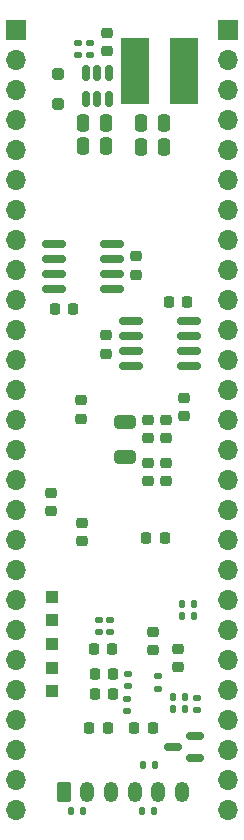
<source format=gbs>
G04 #@! TF.GenerationSoftware,KiCad,Pcbnew,8.0.5*
G04 #@! TF.CreationDate,2024-10-01T14:56:49-07:00*
G04 #@! TF.ProjectId,gr25_nodes,67723235-5f6e-46f6-9465-732e6b696361,rev?*
G04 #@! TF.SameCoordinates,Original*
G04 #@! TF.FileFunction,Soldermask,Bot*
G04 #@! TF.FilePolarity,Negative*
%FSLAX46Y46*%
G04 Gerber Fmt 4.6, Leading zero omitted, Abs format (unit mm)*
G04 Created by KiCad (PCBNEW 8.0.5) date 2024-10-01 14:56:49*
%MOMM*%
%LPD*%
G01*
G04 APERTURE LIST*
G04 Aperture macros list*
%AMRoundRect*
0 Rectangle with rounded corners*
0 $1 Rounding radius*
0 $2 $3 $4 $5 $6 $7 $8 $9 X,Y pos of 4 corners*
0 Add a 4 corners polygon primitive as box body*
4,1,4,$2,$3,$4,$5,$6,$7,$8,$9,$2,$3,0*
0 Add four circle primitives for the rounded corners*
1,1,$1+$1,$2,$3*
1,1,$1+$1,$4,$5*
1,1,$1+$1,$6,$7*
1,1,$1+$1,$8,$9*
0 Add four rect primitives between the rounded corners*
20,1,$1+$1,$2,$3,$4,$5,0*
20,1,$1+$1,$4,$5,$6,$7,0*
20,1,$1+$1,$6,$7,$8,$9,0*
20,1,$1+$1,$8,$9,$2,$3,0*%
G04 Aperture macros list end*
%ADD10RoundRect,0.250000X-0.350000X-0.625000X0.350000X-0.625000X0.350000X0.625000X-0.350000X0.625000X0*%
%ADD11O,1.200000X1.750000*%
%ADD12RoundRect,0.135000X0.185000X-0.135000X0.185000X0.135000X-0.185000X0.135000X-0.185000X-0.135000X0*%
%ADD13RoundRect,0.250000X0.250000X0.475000X-0.250000X0.475000X-0.250000X-0.475000X0.250000X-0.475000X0*%
%ADD14RoundRect,0.225000X0.225000X0.250000X-0.225000X0.250000X-0.225000X-0.250000X0.225000X-0.250000X0*%
%ADD15RoundRect,0.225000X-0.250000X0.225000X-0.250000X-0.225000X0.250000X-0.225000X0.250000X0.225000X0*%
%ADD16RoundRect,0.250000X0.250000X-0.250000X0.250000X0.250000X-0.250000X0.250000X-0.250000X-0.250000X0*%
%ADD17RoundRect,0.135000X0.135000X0.185000X-0.135000X0.185000X-0.135000X-0.185000X0.135000X-0.185000X0*%
%ADD18R,1.700000X1.700000*%
%ADD19O,1.700000X1.700000*%
%ADD20RoundRect,0.218750X-0.218750X-0.256250X0.218750X-0.256250X0.218750X0.256250X-0.218750X0.256250X0*%
%ADD21R,1.000000X1.000000*%
%ADD22RoundRect,0.135000X-0.185000X0.135000X-0.185000X-0.135000X0.185000X-0.135000X0.185000X0.135000X0*%
%ADD23RoundRect,0.225000X0.250000X-0.225000X0.250000X0.225000X-0.250000X0.225000X-0.250000X-0.225000X0*%
%ADD24RoundRect,0.150000X0.150000X-0.512500X0.150000X0.512500X-0.150000X0.512500X-0.150000X-0.512500X0*%
%ADD25RoundRect,0.135000X-0.135000X-0.185000X0.135000X-0.185000X0.135000X0.185000X-0.135000X0.185000X0*%
%ADD26RoundRect,0.150000X0.825000X0.150000X-0.825000X0.150000X-0.825000X-0.150000X0.825000X-0.150000X0*%
%ADD27RoundRect,0.225000X-0.225000X-0.250000X0.225000X-0.250000X0.225000X0.250000X-0.225000X0.250000X0*%
%ADD28RoundRect,0.250000X-0.250000X-0.475000X0.250000X-0.475000X0.250000X0.475000X-0.250000X0.475000X0*%
%ADD29RoundRect,0.250000X-0.650000X0.325000X-0.650000X-0.325000X0.650000X-0.325000X0.650000X0.325000X0*%
%ADD30RoundRect,0.150000X0.587500X0.150000X-0.587500X0.150000X-0.587500X-0.150000X0.587500X-0.150000X0*%
%ADD31R,2.400000X5.700000*%
%ADD32RoundRect,0.150000X-0.825000X-0.150000X0.825000X-0.150000X0.825000X0.150000X-0.825000X0.150000X0*%
%ADD33RoundRect,0.218750X0.218750X0.256250X-0.218750X0.256250X-0.218750X-0.256250X0.218750X-0.256250X0*%
G04 APERTURE END LIST*
D10*
G04 #@! TO.C,J1*
X114750000Y-94300000D03*
D11*
X116750000Y-94300000D03*
X118750000Y-94300000D03*
X120750000Y-94300000D03*
X122750000Y-94300000D03*
X124750000Y-94300000D03*
G04 #@! TD*
D12*
G04 #@! TO.C,R8*
X120100000Y-87409999D03*
X120100000Y-86390001D03*
G04 #@! TD*
D13*
G04 #@! TO.C,C4*
X123200000Y-37637500D03*
X121300000Y-37637500D03*
G04 #@! TD*
D14*
G04 #@! TO.C,C11*
X118825000Y-82200000D03*
X117275000Y-82200000D03*
G04 #@! TD*
D15*
G04 #@! TO.C,C31*
X118300000Y-55625000D03*
X118300000Y-57175000D03*
G04 #@! TD*
D16*
G04 #@! TO.C,D6*
X114250000Y-35999998D03*
X114250000Y-33500000D03*
G04 #@! TD*
D17*
G04 #@! TO.C,R16*
X116400000Y-95900000D03*
X115380002Y-95900000D03*
G04 #@! TD*
G04 #@! TO.C,R7*
X125819998Y-78400000D03*
X124800000Y-78400000D03*
G04 #@! TD*
D18*
G04 #@! TO.C,J6*
X128700000Y-29760000D03*
D19*
X128700000Y-32300000D03*
X128700000Y-34839999D03*
X128700000Y-37380000D03*
X128700000Y-39920000D03*
X128700000Y-42460000D03*
X128700000Y-45000000D03*
X128700000Y-47540001D03*
X128700000Y-50080000D03*
X128700000Y-52620000D03*
X128700000Y-55160000D03*
X128700000Y-57699999D03*
X128700000Y-60240000D03*
X128700000Y-62780000D03*
X128700000Y-65320000D03*
X128700000Y-67859999D03*
X128700000Y-70400001D03*
X128700000Y-72940000D03*
X128700000Y-75480000D03*
X128700000Y-78020000D03*
X128700000Y-80559999D03*
X128700000Y-83100000D03*
X128700000Y-85640000D03*
X128700000Y-88180000D03*
X128700000Y-90719999D03*
X128700000Y-93260001D03*
X128700000Y-95800000D03*
G04 #@! TD*
D15*
G04 #@! TO.C,C16*
X116200000Y-61125000D03*
X116200000Y-62675000D03*
G04 #@! TD*
D20*
G04 #@! TO.C,D2*
X117362499Y-86000000D03*
X118937501Y-86000000D03*
G04 #@! TD*
D13*
G04 #@! TO.C,C5*
X123200000Y-39700000D03*
X121300000Y-39700000D03*
G04 #@! TD*
D21*
G04 #@! TO.C,TP4*
X113750000Y-79750000D03*
G04 #@! TD*
D22*
G04 #@! TO.C,R13*
X126000000Y-86300000D03*
X126000000Y-87319998D03*
G04 #@! TD*
D23*
G04 #@! TO.C,C22*
X123400000Y-64300000D03*
X123400000Y-62750000D03*
G04 #@! TD*
D24*
G04 #@! TO.C,U2*
X118550000Y-35637500D03*
X117600000Y-35637500D03*
X116650000Y-35637500D03*
X116650000Y-33362500D03*
X117600000Y-33362500D03*
X118550000Y-33362500D03*
G04 #@! TD*
D25*
G04 #@! TO.C,R14*
X123980002Y-86250000D03*
X125000000Y-86250000D03*
G04 #@! TD*
D17*
G04 #@! TO.C,R6*
X125800000Y-79400000D03*
X124780002Y-79400000D03*
G04 #@! TD*
D18*
G04 #@! TO.C,J7*
X110700000Y-29760000D03*
D19*
X110700000Y-32300000D03*
X110700000Y-34839999D03*
X110700000Y-37380000D03*
X110700000Y-39920000D03*
X110700000Y-42460000D03*
X110700000Y-45000000D03*
X110700000Y-47540001D03*
X110700000Y-50080000D03*
X110700000Y-52620000D03*
X110700000Y-55160000D03*
X110700000Y-57699999D03*
X110700000Y-60240000D03*
X110700000Y-62780000D03*
X110700000Y-65320000D03*
X110700000Y-67859999D03*
X110700000Y-70400001D03*
X110700000Y-72940000D03*
X110700000Y-75480000D03*
X110700000Y-78020000D03*
X110700000Y-80559999D03*
X110700000Y-83100000D03*
X110700000Y-85640000D03*
X110700000Y-88180000D03*
X110700000Y-90719999D03*
X110700000Y-93260001D03*
X110700000Y-95800000D03*
G04 #@! TD*
D25*
G04 #@! TO.C,R10*
X121490001Y-92000000D03*
X122509999Y-92000000D03*
G04 #@! TD*
G04 #@! TO.C,R15*
X123990001Y-87250000D03*
X125009999Y-87250000D03*
G04 #@! TD*
D26*
G04 #@! TO.C,U3*
X118875000Y-47920000D03*
X118875000Y-49190000D03*
X118875000Y-50460000D03*
X118875000Y-51730000D03*
X113925000Y-51730000D03*
X113925000Y-50460000D03*
X113925000Y-49190000D03*
X113925000Y-47920000D03*
G04 #@! TD*
D15*
G04 #@! TO.C,C25*
X121900000Y-66400000D03*
X121900000Y-67950000D03*
G04 #@! TD*
D22*
G04 #@! TO.C,R4*
X118700000Y-79700000D03*
X118700000Y-80719998D03*
G04 #@! TD*
D15*
G04 #@! TO.C,C13*
X124400000Y-82150000D03*
X124400000Y-83700000D03*
G04 #@! TD*
D27*
G04 #@! TO.C,C28*
X114000000Y-53400000D03*
X115550000Y-53400000D03*
G04 #@! TD*
D15*
G04 #@! TO.C,C24*
X123400000Y-66400000D03*
X123400000Y-67950000D03*
G04 #@! TD*
D28*
G04 #@! TO.C,C1*
X116400000Y-37600000D03*
X118300000Y-37600000D03*
G04 #@! TD*
D29*
G04 #@! TO.C,L2*
X119900000Y-62925000D03*
X119900000Y-65875000D03*
G04 #@! TD*
D21*
G04 #@! TO.C,TP3*
X113750000Y-81750000D03*
G04 #@! TD*
D12*
G04 #@! TO.C,R9*
X120200000Y-85300000D03*
X120200000Y-84280002D03*
G04 #@! TD*
D22*
G04 #@! TO.C,R5*
X117700000Y-79700000D03*
X117700000Y-80719998D03*
G04 #@! TD*
D17*
G04 #@! TO.C,R17*
X122419998Y-95900000D03*
X121400000Y-95900000D03*
G04 #@! TD*
D30*
G04 #@! TO.C,Q1*
X125837500Y-89500000D03*
X125837500Y-91400000D03*
X123962499Y-90450000D03*
G04 #@! TD*
D28*
G04 #@! TO.C,C2*
X116400000Y-39600000D03*
X118300000Y-39600000D03*
G04 #@! TD*
D23*
G04 #@! TO.C,C19*
X124900000Y-62475000D03*
X124900000Y-60925000D03*
G04 #@! TD*
D14*
G04 #@! TO.C,C8*
X122275000Y-88900000D03*
X120725000Y-88900000D03*
G04 #@! TD*
G04 #@! TO.C,C17*
X123300000Y-72800000D03*
X121750000Y-72800000D03*
G04 #@! TD*
D21*
G04 #@! TO.C,TP2*
X113750000Y-83750000D03*
G04 #@! TD*
D23*
G04 #@! TO.C,C23*
X121900000Y-64300000D03*
X121900000Y-62750000D03*
G04 #@! TD*
G04 #@! TO.C,C21*
X116300000Y-73050000D03*
X116300000Y-71500000D03*
G04 #@! TD*
G04 #@! TO.C,C18*
X113700000Y-70475000D03*
X113700000Y-68925000D03*
G04 #@! TD*
D22*
G04 #@! TO.C,R11*
X122700000Y-84500000D03*
X122700000Y-85519998D03*
G04 #@! TD*
D14*
G04 #@! TO.C,C30*
X125175000Y-52800000D03*
X123625000Y-52800000D03*
G04 #@! TD*
D31*
G04 #@! TO.C,L1*
X120750000Y-33250000D03*
X124950000Y-33250000D03*
G04 #@! TD*
D21*
G04 #@! TO.C,TP1*
X113750000Y-85750000D03*
G04 #@! TD*
D23*
G04 #@! TO.C,C29*
X120900000Y-50475000D03*
X120900000Y-48925000D03*
G04 #@! TD*
D12*
G04 #@! TO.C,R2*
X116000000Y-31907500D03*
X116000000Y-30887500D03*
G04 #@! TD*
D32*
G04 #@! TO.C,U6*
X120450000Y-58210000D03*
X120450000Y-56940000D03*
X120450000Y-55670000D03*
X120450000Y-54400000D03*
X125400000Y-54400000D03*
X125400000Y-55670000D03*
X125400000Y-56940000D03*
X125400000Y-58210000D03*
G04 #@! TD*
D22*
G04 #@! TO.C,R1*
X117000000Y-30867502D03*
X117000000Y-31887500D03*
G04 #@! TD*
D27*
G04 #@! TO.C,C12*
X116925000Y-88900000D03*
X118475000Y-88900000D03*
G04 #@! TD*
D15*
G04 #@! TO.C,C15*
X122300000Y-80700000D03*
X122300000Y-82250000D03*
G04 #@! TD*
G04 #@! TO.C,C3*
X118400000Y-30025000D03*
X118400000Y-31575000D03*
G04 #@! TD*
D21*
G04 #@! TO.C,TP5*
X113750000Y-77750000D03*
G04 #@! TD*
D33*
G04 #@! TO.C,D3*
X118937501Y-84250000D03*
X117362499Y-84250000D03*
G04 #@! TD*
M02*

</source>
